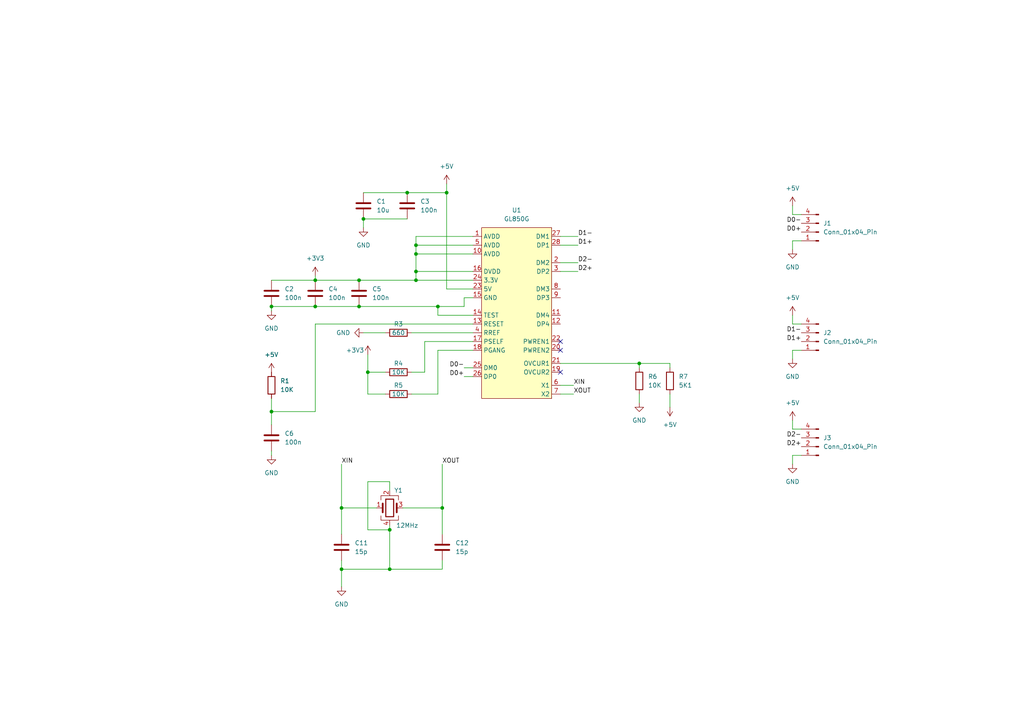
<source format=kicad_sch>
(kicad_sch (version 20230121) (generator eeschema)
  (paper "A4")
  (lib_symbols
    (symbol "Connector:Conn_01x04_Pin" (pin_names (offset 1.016) hide)
      (property "Reference" "J" (at 0 5.08 0))
      (property "Value" "Conn_01x04_Pin" (at 0 -7.62 0))
      (symbol "Conn_01x04_Pin_1_1"
        (polyline (pts (xy 1.27 -5.08) (xy 0.8636 -5.08)) (stroke (width 0.1524)))
        (polyline (pts (xy 1.27 -2.54) (xy 0.8636 -2.54)) (stroke (width 0.1524)))
        (polyline (pts (xy 1.27 0) (xy 0.8636 0)) (stroke (width 0.1524)))
        (polyline (pts (xy 1.27 2.54) (xy 0.8636 2.54)) (stroke (width 0.1524)))
        (rectangle (start 0.8636 -4.953) (end 0 -5.207) (stroke (width 0.1524)) (fill (type outline)))
        (rectangle (start 0.8636 -2.413) (end 0 -2.667) (stroke (width 0.1524)) (fill (type outline)))
        (rectangle (start 0.8636 0.127) (end 0 -0.127) (stroke (width 0.1524)) (fill (type outline)))
        (rectangle (start 0.8636 2.667) (end 0 2.413) (stroke (width 0.1524)) (fill (type outline)))
        (pin passive line (at 5.08 2.54 180) (length 3.81) (name "Pin_1") (number "1"))
        (pin passive line (at 5.08 0 180) (length 3.81) (name "Pin_2") (number "2"))
        (pin passive line (at 5.08 -2.54 180) (length 3.81) (name "Pin_3") (number "3"))
        (pin passive line (at 5.08 -5.08 180) (length 3.81) (name "Pin_4") (number "4"))
      )
    )
    (symbol "Device:C" (pin_numbers hide) (pin_names (offset 0.254))
      (property "Reference" "C" (at 0.635 2.54 0))
      (property "Value" "C" (at 0.635 -2.54 0))
      (symbol "C_0_1"
        (polyline (pts (xy -2.032 -0.762) (xy 2.032 -0.762)) (stroke (width 0.508)))
        (polyline (pts (xy -2.032 0.762) (xy 2.032 0.762)) (stroke (width 0.508)))
      )
      (symbol "C_1_1"
        (pin passive line (at 0 3.81 270) (length 2.794) (name "~") (number "1"))
        (pin passive line (at 0 -3.81 90) (length 2.794) (name "~") (number "2"))
      )
    )
    (symbol "Device:Crystal_GND24" (pin_names (offset 1.016) hide)
      (property "Reference" "Y" (at 3.175 5.08 0))
      (property "Value" "Crystal_GND24" (at 3.175 3.175 0))
      (symbol "Crystal_GND24_0_1"
        (rectangle (start -1.143 2.54) (end 1.143 -2.54) (stroke (width 0.3048)))
        (polyline (pts (xy -2.54 0) (xy -2.032 0)))
        (polyline (pts (xy -2.032 -1.27) (xy -2.032 1.27)) (stroke (width 0.508)))
        (polyline (pts (xy 0 -3.81) (xy 0 -3.556)))
        (polyline (pts (xy 0 3.556) (xy 0 3.81)))
        (polyline (pts (xy 2.032 -1.27) (xy 2.032 1.27)) (stroke (width 0.508)))
        (polyline (pts (xy 2.032 0) (xy 2.54 0)))
        (polyline (pts (xy -2.54 -2.286) (xy -2.54 -3.556) (xy 2.54 -3.556) (xy 2.54 -2.286)))
        (polyline (pts (xy -2.54 2.286) (xy -2.54 3.556) (xy 2.54 3.556) (xy 2.54 2.286)))
      )
      (symbol "Crystal_GND24_1_1"
        (pin passive line (at -3.81 0 0) (length 1.27) (name "1") (number "1"))
        (pin passive line (at 0 5.08 270) (length 1.27) (name "2") (number "2"))
        (pin passive line (at 3.81 0 180) (length 1.27) (name "3") (number "3"))
        (pin passive line (at 0 -5.08 90) (length 1.27) (name "4") (number "4"))
      )
    )
    (symbol "Device:R" (pin_numbers hide) (pin_names (offset 0))
      (property "Reference" "R" (at 2.032 0 90))
      (property "Value" "R" (at 0 0 90))
      (symbol "R_0_1"
        (rectangle (start -1.016 -2.54) (end 1.016 2.54) (stroke (width 0.254)))
      )
      (symbol "R_1_1"
        (pin passive line (at 0 3.81 270) (length 1.27) (name "~") (number "1"))
        (pin passive line (at 0 -3.81 90) (length 1.27) (name "~") (number "2"))
      )
    )
    (symbol "GND_1" (power) (pin_names (offset 0))
      (property "Value" "GND_1" (at 0 -3.81 0))
      (symbol "GND_1_0_1"
        (polyline (pts (xy 0 0) (xy 0 -1.27) (xy 1.27 -1.27) (xy 0 -2.54) (xy -1.27 -1.27) (xy 0 -1.27)))
      )
      (symbol "GND_1_1_1"
        (pin power_in line (at 0 0 270) (length 0) hide (name "GND") (number "1"))
      )
    )
    (symbol "Interface_USB:GL850G"
      (property "Reference" "U" (at 0 0 0))
      (property "Value" "GL850G" (at 0 7.62 0))
      (symbol "GL850G_1_1"
        (rectangle (start -10.16 24.13) (end 10.16 -25.4) (fill (type background)))
        (pin input line (at -12.7 21.59 0) (length 2.54) (name "AVDD") (number "1"))
        (pin input line (at -12.7 16.51 0) (length 2.54) (name "AVDD") (number "10"))
        (pin input line (at 12.7 -1.27 180) (length 2.54) (name "DM4") (number "11"))
        (pin input line (at 12.7 -3.81 180) (length 2.54) (name "DP4") (number "12"))
        (pin input line (at -12.7 -3.81 0) (length 2.54) (name "RESET") (number "13"))
        (pin input line (at -12.7 -1.27 0) (length 2.54) (name "TEST") (number "14"))
        (pin input line (at -12.7 3.81 0) (length 2.54) (name "GND") (number "15"))
        (pin input line (at -12.7 11.43 0) (length 2.54) (name "DVDD") (number "16"))
        (pin input line (at -12.7 -8.89 0) (length 2.54) (name "PSELF") (number "17"))
        (pin input line (at -12.7 -11.43 0) (length 2.54) (name "PGANG") (number "18"))
        (pin input line (at 12.7 -17.78 180) (length 2.54) (name "OVCUR2") (number "19"))
        (pin input line (at 12.7 13.97 180) (length 2.54) (name "DM2") (number "2"))
        (pin input line (at 12.7 -11.43 180) (length 2.54) (name "PWREN2") (number "20"))
        (pin input line (at 12.7 -15.24 180) (length 2.54) (name "OVCUR1") (number "21"))
        (pin input line (at 12.7 -8.89 180) (length 2.54) (name "PWREN1") (number "22"))
        (pin input line (at -12.7 6.35 0) (length 2.54) (name "5V") (number "23"))
        (pin input line (at -12.7 8.89 0) (length 2.54) (name "3.3V") (number "24"))
        (pin input line (at -12.7 -16.51 0) (length 2.54) (name "DM0") (number "25"))
        (pin input line (at -12.7 -19.05 0) (length 2.54) (name "DP0") (number "26"))
        (pin input line (at 12.7 21.59 180) (length 2.54) (name "DM1") (number "27"))
        (pin input line (at 12.7 19.05 180) (length 2.54) (name "DP1") (number "28"))
        (pin input line (at 12.7 11.43 180) (length 2.54) (name "DP2") (number "3"))
        (pin input line (at -12.7 -6.35 0) (length 2.54) (name "RREF") (number "4"))
        (pin input line (at -12.7 19.05 0) (length 2.54) (name "AVDD") (number "5"))
        (pin input line (at 12.7 -21.59 180) (length 2.54) (name "X1") (number "6"))
        (pin input line (at 12.7 -24.13 180) (length 2.54) (name "X2") (number "7"))
        (pin input line (at 12.7 6.35 180) (length 2.54) (name "DM3") (number "8"))
        (pin input line (at 12.7 3.81 180) (length 2.54) (name "DP3") (number "9"))
      )
    )
    (symbol "power:+3V3" (power) (pin_names (offset 0))
      (property "Value" "+3V3" (at 0 3.556 0))
      (symbol "+3V3_0_1"
        (polyline (pts (xy -0.762 1.27) (xy 0 2.54)))
        (polyline (pts (xy 0 0) (xy 0 2.54)))
        (polyline (pts (xy 0 2.54) (xy 0.762 1.27)))
      )
      (symbol "+3V3_1_1"
        (pin power_in line (at 0 0 90) (length 0) hide (name "+3V3") (number "1"))
      )
    )
    (symbol "power:+5V" (power) (pin_names (offset 0))
      (property "Value" "+5V" (at 0 3.556 0))
      (symbol "+5V_0_1"
        (polyline (pts (xy -0.762 1.27) (xy 0 2.54)))
        (polyline (pts (xy 0 0) (xy 0 2.54)))
        (polyline (pts (xy 0 2.54) (xy 0.762 1.27)))
      )
      (symbol "+5V_1_1"
        (pin power_in line (at 0 0 90) (length 0) hide (name "+5V") (number "1"))
      )
    )
    (symbol "power:GND" (power) (pin_names (offset 0))
      (property "Value" "GND" (at 0 -3.81 0))
      (symbol "GND_0_1"
        (polyline (pts (xy 0 0) (xy 0 -1.27) (xy 1.27 -1.27) (xy 0 -2.54) (xy -1.27 -1.27) (xy 0 -1.27)))
      )
      (symbol "GND_1_1"
        (pin power_in line (at 0 0 270) (length 0) hide (name "GND") (number "1"))
      )
    )
  )
  (junction (at 91.44 81.28))
  (junction (at 118.11 55.88))
  (junction (at 113.03 153.67))
  (junction (at 104.14 88.9))
  (junction (at 106.68 107.95))
  (junction (at 91.44 88.9))
  (junction (at 120.65 78.74))
  (junction (at 113.03 165.1))
  (junction (at 99.06 165.1))
  (junction (at 120.65 73.66))
  (junction (at 99.06 147.32))
  (junction (at 78.74 88.9))
  (junction (at 128.27 147.32))
  (junction (at 105.41 63.5))
  (junction (at 127 88.9))
  (junction (at 104.14 81.28))
  (junction (at 78.74 119.38))
  (junction (at 129.54 55.88))
  (junction (at 120.65 81.28))
  (junction (at 185.42 105.41))
  (junction (at 120.65 71.12))
  (no_connect (at 162.56 101.6))
  (no_connect (at 162.56 99.06))
  (no_connect (at 162.56 107.95))
  (wire (pts (xy 78.74 130.81) (xy 78.74 132.08)))
  (wire (pts (xy 91.44 88.9) (xy 104.14 88.9)))
  (wire (pts (xy 128.27 162.56) (xy 128.27 165.1)))
  (wire (pts (xy 134.62 106.68) (xy 137.16 106.68)))
  (wire (pts (xy 162.56 76.2) (xy 167.64 76.2)))
  (wire (pts (xy 162.56 111.76) (xy 166.37 111.76)))
  (wire (pts (xy 99.06 147.32) (xy 99.06 154.94)))
  (wire (pts (xy 113.03 139.7) (xy 106.68 139.7)))
  (wire (pts (xy 105.41 55.88) (xy 118.11 55.88)))
  (wire (pts (xy 137.16 83.82) (xy 129.54 83.82)))
  (wire (pts (xy 113.03 142.24) (xy 113.03 139.7)))
  (wire (pts (xy 78.74 119.38) (xy 78.74 115.57)))
  (wire (pts (xy 91.44 81.28) (xy 78.74 81.28)))
  (wire (pts (xy 162.56 105.41) (xy 185.42 105.41)))
  (wire (pts (xy 134.62 86.36) (xy 134.62 88.9)))
  (wire (pts (xy 162.56 78.74) (xy 167.64 78.74)))
  (wire (pts (xy 123.19 107.95) (xy 123.19 99.06)))
  (wire (pts (xy 120.65 68.58) (xy 120.65 71.12)))
  (wire (pts (xy 78.74 119.38) (xy 91.44 119.38)))
  (wire (pts (xy 105.41 63.5) (xy 118.11 63.5)))
  (wire (pts (xy 104.14 81.28) (xy 120.65 81.28)))
  (wire (pts (xy 120.65 71.12) (xy 120.65 73.66)))
  (wire (pts (xy 105.41 96.52) (xy 111.76 96.52)))
  (wire (pts (xy 118.11 55.88) (xy 129.54 55.88)))
  (wire (pts (xy 120.65 73.66) (xy 137.16 73.66)))
  (wire (pts (xy 185.42 105.41) (xy 185.42 106.68)))
  (wire (pts (xy 194.31 114.3) (xy 194.31 118.11)))
  (wire (pts (xy 106.68 102.87) (xy 106.68 107.95)))
  (wire (pts (xy 137.16 91.44) (xy 127 91.44)))
  (wire (pts (xy 78.74 88.9) (xy 91.44 88.9)))
  (wire (pts (xy 134.62 88.9) (xy 127 88.9)))
  (wire (pts (xy 229.87 121.92) (xy 229.87 124.46)))
  (wire (pts (xy 91.44 93.98) (xy 91.44 119.38)))
  (wire (pts (xy 113.03 165.1) (xy 128.27 165.1)))
  (wire (pts (xy 105.41 63.5) (xy 105.41 66.04)))
  (wire (pts (xy 162.56 68.58) (xy 167.64 68.58)))
  (wire (pts (xy 229.87 91.44) (xy 229.87 93.98)))
  (wire (pts (xy 137.16 86.36) (xy 134.62 86.36)))
  (wire (pts (xy 194.31 106.68) (xy 194.31 105.41)))
  (wire (pts (xy 123.19 99.06) (xy 137.16 99.06)))
  (wire (pts (xy 162.56 71.12) (xy 167.64 71.12)))
  (wire (pts (xy 99.06 134.62) (xy 99.06 147.32)))
  (wire (pts (xy 229.87 62.23) (xy 232.41 62.23)))
  (wire (pts (xy 229.87 69.85) (xy 232.41 69.85)))
  (wire (pts (xy 229.87 132.08) (xy 232.41 132.08)))
  (wire (pts (xy 113.03 152.4) (xy 113.03 153.67)))
  (wire (pts (xy 185.42 114.3) (xy 185.42 116.84)))
  (wire (pts (xy 137.16 68.58) (xy 120.65 68.58)))
  (wire (pts (xy 119.38 114.3) (xy 127 114.3)))
  (wire (pts (xy 120.65 71.12) (xy 137.16 71.12)))
  (wire (pts (xy 229.87 134.62) (xy 229.87 132.08)))
  (wire (pts (xy 128.27 134.62) (xy 128.27 147.32)))
  (wire (pts (xy 120.65 78.74) (xy 137.16 78.74)))
  (wire (pts (xy 78.74 123.19) (xy 78.74 119.38)))
  (wire (pts (xy 229.87 124.46) (xy 232.41 124.46)))
  (wire (pts (xy 127 91.44) (xy 127 88.9)))
  (wire (pts (xy 229.87 101.6) (xy 232.41 101.6)))
  (wire (pts (xy 99.06 165.1) (xy 99.06 170.18)))
  (wire (pts (xy 113.03 153.67) (xy 113.03 165.1)))
  (wire (pts (xy 78.74 88.9) (xy 78.74 90.17)))
  (wire (pts (xy 129.54 55.88) (xy 129.54 83.82)))
  (wire (pts (xy 127 88.9) (xy 104.14 88.9)))
  (wire (pts (xy 137.16 93.98) (xy 91.44 93.98)))
  (wire (pts (xy 120.65 81.28) (xy 137.16 81.28)))
  (wire (pts (xy 106.68 139.7) (xy 106.68 153.67)))
  (wire (pts (xy 91.44 80.01) (xy 91.44 81.28)))
  (wire (pts (xy 106.68 107.95) (xy 111.76 107.95)))
  (wire (pts (xy 229.87 93.98) (xy 232.41 93.98)))
  (wire (pts (xy 119.38 107.95) (xy 123.19 107.95)))
  (wire (pts (xy 129.54 53.34) (xy 129.54 55.88)))
  (wire (pts (xy 194.31 105.41) (xy 185.42 105.41)))
  (wire (pts (xy 229.87 72.39) (xy 229.87 69.85)))
  (wire (pts (xy 120.65 73.66) (xy 120.65 78.74)))
  (wire (pts (xy 116.84 147.32) (xy 128.27 147.32)))
  (wire (pts (xy 229.87 59.69) (xy 229.87 62.23)))
  (wire (pts (xy 106.68 114.3) (xy 111.76 114.3)))
  (wire (pts (xy 99.06 147.32) (xy 109.22 147.32)))
  (wire (pts (xy 127 114.3) (xy 127 101.6)))
  (wire (pts (xy 128.27 147.32) (xy 128.27 154.94)))
  (wire (pts (xy 104.14 81.28) (xy 91.44 81.28)))
  (wire (pts (xy 106.68 153.67) (xy 113.03 153.67)))
  (wire (pts (xy 120.65 78.74) (xy 120.65 81.28)))
  (wire (pts (xy 99.06 165.1) (xy 113.03 165.1)))
  (wire (pts (xy 134.62 109.22) (xy 137.16 109.22)))
  (wire (pts (xy 106.68 107.95) (xy 106.68 114.3)))
  (wire (pts (xy 162.56 114.3) (xy 166.37 114.3)))
  (wire (pts (xy 119.38 96.52) (xy 137.16 96.52)))
  (wire (pts (xy 127 101.6) (xy 137.16 101.6)))
  (wire (pts (xy 99.06 162.56) (xy 99.06 165.1)))
  (wire (pts (xy 229.87 104.14) (xy 229.87 101.6)))
  (label "D2+" (at 232.41 129.54 180))
  (label "D0+" (at 134.62 109.22 180))
  (label "D1-" (at 232.41 96.52 180))
  (label "XOUT" (at 166.37 114.3 0))
  (label "D0-" (at 134.62 106.68 180))
  (label "XOUT" (at 128.27 134.62 0))
  (label "D0-" (at 232.41 64.77 180))
  (label "D2+" (at 167.64 78.74 0))
  (label "D0+" (at 232.41 67.31 180))
  (label "XIN" (at 99.06 134.62 0))
  (label "D2-" (at 167.64 76.2 0))
  (label "D1+" (at 167.64 71.12 0))
  (label "D2-" (at 232.41 127 180))
  (label "D1-" (at 167.64 68.58 0))
  (label "XIN" (at 166.37 111.76 0))
  (label "D1+" (at 232.41 99.06 180))
  (symbol (lib_id "Device:Crystal_GND24") (at 113.03 147.32 0) (unit 1)
    (property "Reference" "Y1" (at 115.57 142.24 0))
    (property "Value" "12MHz" (at 118.11 152.4 0))
    (property "Footprint" "Crystal:Crystal_SMD_3225-4Pin_3.2x2.5mm" (effects hide))
    (property "LCSC_Link" "https://www.lcsc.com/product-detail/Crystals_JWT-CF4012M00010_C5765982.html" (effects hide))
    (property "LCSC_Part_Number" "C5765982" (effects hide))
    (property "sourced" "x" (effects hide))
  )
  (symbol (lib_id "Device:C") (at 104.14 85.09 0) (unit 1)
    (property "Reference" "C5" (at 107.95 83.82 0) (effects (justify left)))
    (property "Value" "100n" (at 107.95 86.36 0) (effects (justify left)))
    (property "Footprint" "Capacitor_SMD:C_0603_1608Metric_Pad1.08x0.95mm_HandSolder" (effects hide))
  )
  (symbol (lib_id "power:+3V3") (at 106.68 102.87 0) (unit 1)
    (property "Reference" "#PWR010" (effects hide))
    (property "Value" "+3V3" (at 100.33 101.6 0) (effects (justify left)))
  )
  (symbol (lib_name "GND_1") (lib_id "power:GND") (at 78.74 90.17 0) (unit 1)
    (property "Reference" "#PWR02" (effects hide))
    (property "Value" "GND" (at 78.74 95.25 0))
  )
  (symbol (lib_name "GND_1") (lib_id "power:GND") (at 185.42 116.84 0) (unit 1)
    (property "Reference" "#PWR011" (effects hide))
    (property "Value" "GND" (at 185.42 121.92 0))
  )
  (symbol (lib_id "Device:R") (at 115.57 107.95 90) (unit 1)
    (property "Reference" "R4" (at 115.57 105.41 90))
    (property "Value" "10K" (at 115.57 107.95 90))
    (property "Footprint" "Resistor_SMD:R_0603_1608Metric_Pad0.98x0.95mm_HandSolder" (effects hide))
  )
  (symbol (lib_id "power:+5V") (at 194.31 118.11 180) (unit 1)
    (property "Reference" "#PWR012" (effects hide))
    (property "Value" "+5V" (at 194.31 123.19 0))
  )
  (symbol (lib_id "Device:R") (at 185.42 110.49 0) (unit 1)
    (property "Reference" "R6" (at 187.96 109.22 0) (effects (justify left)))
    (property "Value" "10K" (at 187.96 111.76 0) (effects (justify left)))
    (property "Footprint" "Resistor_SMD:R_0603_1608Metric_Pad0.98x0.95mm_HandSolder" (effects hide))
  )
  (symbol (lib_id "Device:R") (at 115.57 96.52 90) (unit 1)
    (property "Reference" "R3" (at 115.57 93.98 90))
    (property "Value" "660" (at 115.57 96.52 90))
    (property "Footprint" "Resistor_SMD:R_0603_1608Metric_Pad0.98x0.95mm_HandSolder" (effects hide))
  )
  (symbol (lib_id "Device:R") (at 194.31 110.49 0) (unit 1)
    (property "Reference" "R7" (at 196.85 109.22 0) (effects (justify left)))
    (property "Value" "5K1" (at 196.85 111.76 0) (effects (justify left)))
    (property "Footprint" "Resistor_SMD:R_0603_1608Metric_Pad0.98x0.95mm_HandSolder" (effects hide))
  )
  (symbol (lib_id "Device:C") (at 99.06 158.75 0) (unit 1)
    (property "Reference" "C11" (at 102.87 157.48 0) (effects (justify left)))
    (property "Value" "15p" (at 102.87 160.02 0) (effects (justify left)))
    (property "Footprint" "Capacitor_SMD:C_0603_1608Metric_Pad1.08x0.95mm_HandSolder" (effects hide))
    (property "LCSC_Link" "https://www.lcsc.com/product-detail/Multilayer-Ceramic-Capacitors-MLCC-SMD-SMT_YAGEO-CC0402FRNPO9BN150_C326803.html" (effects hide))
    (property "LCSC_Part_Number" "C326803" (effects hide))
    (property "sourced" "x" (effects hide))
  )
  (symbol (lib_id "Device:C") (at 78.74 85.09 0) (unit 1)
    (property "Reference" "C2" (at 82.55 83.82 0) (effects (justify left)))
    (property "Value" "100n" (at 82.55 86.36 0) (effects (justify left)))
    (property "Footprint" "Capacitor_SMD:C_0603_1608Metric_Pad1.08x0.95mm_HandSolder" (effects hide))
  )
  (symbol (lib_id "power:+3V3") (at 91.44 80.01 0) (unit 1)
    (property "Reference" "#PWR09" (effects hide))
    (property "Value" "+3V3" (at 91.44 74.93 0))
  )
  (symbol (lib_name "GND_1") (lib_id "power:GND") (at 78.74 132.08 0) (unit 1)
    (property "Reference" "#PWR07" (effects hide))
    (property "Value" "GND" (at 78.74 137.16 0))
  )
  (symbol (lib_id "Connector:Conn_01x04_Pin") (at 237.49 129.54 180) (unit 1)
    (property "Reference" "J3" (at 238.76 127 0) (effects (justify right)))
    (property "Value" "Conn_01x04_Pin" (at 238.76 129.54 0) (effects (justify right)))
    (property "Footprint" "Connector_PinHeader_2.00mm:PinHeader_1x04_P2.00mm_Vertical" (effects hide))
  )
  (symbol (lib_name "GND_1") (lib_id "power:GND") (at 105.41 96.52 270) (unit 1)
    (property "Reference" "#PWR08" (effects hide))
    (property "Value" "GND" (at 101.6 96.52 90) (effects (justify right)))
  )
  (symbol (lib_id "power:+5V") (at 229.87 91.44 0) (unit 1)
    (property "Reference" "#PWR015" (effects hide))
    (property "Value" "+5V" (at 229.87 86.36 0))
  )
  (symbol (lib_name "GND_1") (lib_id "power:GND") (at 229.87 104.14 0) (unit 1)
    (property "Reference" "#PWR016" (effects hide))
    (property "Value" "GND" (at 229.87 109.22 0))
  )
  (symbol (lib_id "Device:C") (at 105.41 59.69 0) (unit 1)
    (property "Reference" "C1" (at 109.22 58.42 0) (effects (justify left)))
    (property "Value" "10u" (at 109.22 60.96 0) (effects (justify left)))
    (property "Footprint" "Capacitor_SMD:C_0603_1608Metric_Pad1.08x0.95mm_HandSolder" (effects hide))
  )
  (symbol (lib_id "Interface_USB:GL850G") (at 149.86 90.17 0) (unit 1)
    (property "Reference" "U1" (at 149.86 60.96 0))
    (property "Value" "GL850G" (at 149.86 63.5 0))
    (property "Footprint" "Package_SO:SSOP-28_5.3x10.2mm_P0.65mm" (effects hide))
    (property "Datasheet" "https://www.lcsc.com/product-detail/USB-ICs_Genesys-Logic-GL850G-HHY22_C136617.html" (effects hide))
  )
  (symbol (lib_id "Device:C") (at 128.27 158.75 0) (unit 1)
    (property "Reference" "C12" (at 132.08 157.48 0) (effects (justify left)))
    (property "Value" "15p" (at 132.08 160.02 0) (effects (justify left)))
    (property "Footprint" "Capacitor_SMD:C_0603_1608Metric_Pad1.08x0.95mm_HandSolder" (effects hide))
    (property "LCSC_Link" "https://www.lcsc.com/product-detail/Multilayer-Ceramic-Capacitors-MLCC-SMD-SMT_YAGEO-CC0402FRNPO9BN150_C326803.html" (effects hide))
    (property "LCSC_Part_Number" "C326803" (effects hide))
    (property "sourced" "x" (effects hide))
  )
  (symbol (lib_id "Device:R") (at 78.74 111.76 180) (unit 1)
    (property "Reference" "R1" (at 81.28 110.49 0) (effects (justify right)))
    (property "Value" "10K" (at 81.28 113.03 0) (effects (justify right)))
    (property "Footprint" "Resistor_SMD:R_0603_1608Metric_Pad0.98x0.95mm_HandSolder" (effects hide))
  )
  (symbol (lib_id "Connector:Conn_01x04_Pin") (at 237.49 67.31 180) (unit 1)
    (property "Reference" "J1" (at 238.76 64.77 0) (effects (justify right)))
    (property "Value" "Conn_01x04_Pin" (at 238.76 67.31 0) (effects (justify right)))
    (property "Footprint" "Connector_PinHeader_2.00mm:PinHeader_1x04_P2.00mm_Vertical" (effects hide))
  )
  (symbol (lib_id "power:+5V") (at 78.74 107.95 0) (unit 1)
    (property "Reference" "#PWR06" (effects hide))
    (property "Value" "+5V" (at 78.74 102.87 0))
  )
  (symbol (lib_name "GND_1") (lib_id "power:GND") (at 229.87 72.39 0) (unit 1)
    (property "Reference" "#PWR013" (effects hide))
    (property "Value" "GND" (at 229.87 77.47 0))
  )
  (symbol (lib_id "Device:C") (at 78.74 127 0) (unit 1)
    (property "Reference" "C6" (at 82.55 125.73 0) (effects (justify left)))
    (property "Value" "100n" (at 82.55 128.27 0) (effects (justify left)))
    (property "Footprint" "Capacitor_SMD:C_0603_1608Metric_Pad1.08x0.95mm_HandSolder" (effects hide))
  )
  (symbol (lib_id "Device:C") (at 118.11 59.69 0) (unit 1)
    (property "Reference" "C3" (at 121.92 58.42 0) (effects (justify left)))
    (property "Value" "100n" (at 121.92 60.96 0) (effects (justify left)))
    (property "Footprint" "Capacitor_SMD:C_0603_1608Metric_Pad1.08x0.95mm_HandSolder" (effects hide))
  )
  (symbol (lib_id "power:+5V") (at 129.54 53.34 0) (unit 1)
    (property "Reference" "#PWR03" (effects hide))
    (property "Value" "+5V" (at 129.54 48.26 0))
  )
  (symbol (lib_name "GND_1") (lib_id "power:GND") (at 229.87 134.62 0) (unit 1)
    (property "Reference" "#PWR018" (effects hide))
    (property "Value" "GND" (at 229.87 139.7 0))
  )
  (symbol (lib_id "Connector:Conn_01x04_Pin") (at 237.49 99.06 180) (unit 1)
    (property "Reference" "J2" (at 238.76 96.52 0) (effects (justify right)))
    (property "Value" "Conn_01x04_Pin" (at 238.76 99.06 0) (effects (justify right)))
    (property "Footprint" "Connector_PinHeader_2.00mm:PinHeader_1x04_P2.00mm_Vertical" (effects hide))
  )
  (symbol (lib_name "GND_1") (lib_id "power:GND") (at 105.41 66.04 0) (unit 1)
    (property "Reference" "#PWR04" (effects hide))
    (property "Value" "GND" (at 105.41 71.12 0))
  )
  (symbol (lib_id "power:GND") (at 99.06 170.18 0) (unit 1)
    (property "Reference" "#PWR01" (effects hide))
    (property "Value" "GND" (at 99.06 175.26 0))
  )
  (symbol (lib_id "Device:R") (at 115.57 114.3 90) (unit 1)
    (property "Reference" "R5" (at 115.57 111.76 90))
    (property "Value" "10K" (at 115.57 114.3 90))
    (property "Footprint" "Resistor_SMD:R_0603_1608Metric_Pad0.98x0.95mm_HandSolder" (effects hide))
  )
  (symbol (lib_id "power:+5V") (at 229.87 59.69 0) (unit 1)
    (property "Reference" "#PWR014" (effects hide))
    (property "Value" "+5V" (at 229.87 54.61 0))
  )
  (symbol (lib_id "power:+5V") (at 229.87 121.92 0) (unit 1)
    (property "Reference" "#PWR017" (effects hide))
    (property "Value" "+5V" (at 229.87 116.84 0))
  )
  (symbol (lib_id "Device:C") (at 91.44 85.09 0) (unit 1)
    (property "Reference" "C4" (at 95.25 83.82 0) (effects (justify left)))
    (property "Value" "100n" (at 95.25 86.36 0) (effects (justify left)))
    (property "Footprint" "Capacitor_SMD:C_0603_1608Metric_Pad1.08x0.95mm_HandSolder" (effects hide))
  )
)
</source>
